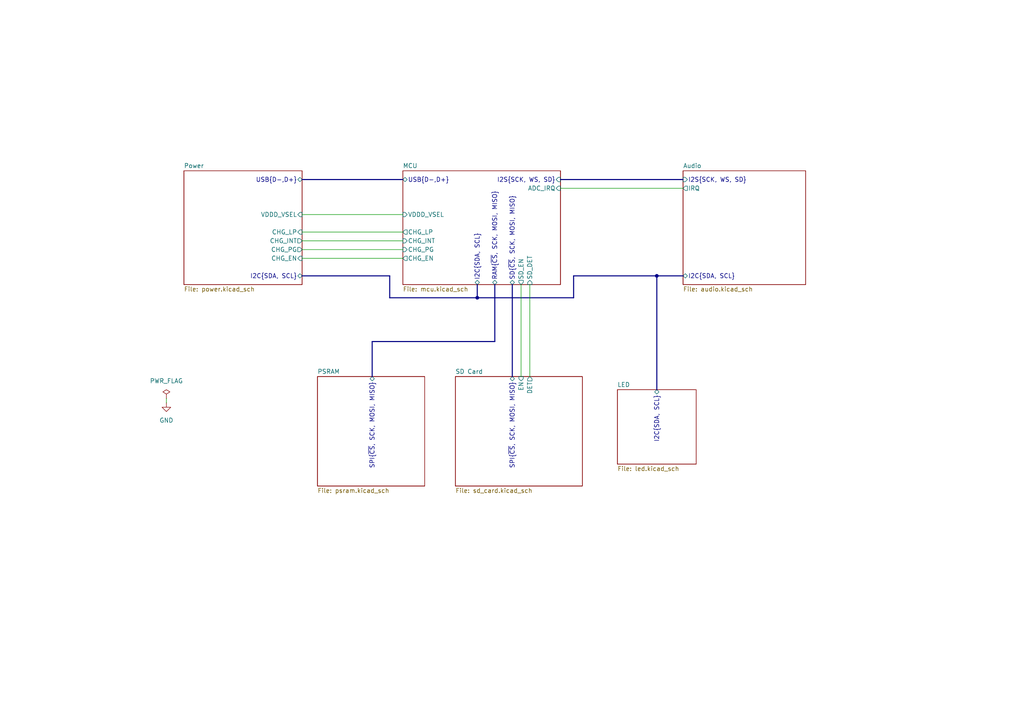
<source format=kicad_sch>
(kicad_sch (version 20231120) (generator "eeschema") (generator_version "8.0")
  (paper "A4")
  (title_block (title "Top Level Design") (rev "2"))
  (lib_symbols
    (symbol "power:GND" (power) (pin_numbers hide) (pin_names (offset 0) hide)
      (property "Value" "GND" (at 0 -3.81 0))
      (symbol "GND_0_1"
        (polyline (pts (xy 0 0) (xy 0 -1.27) (xy 1.27 -1.27) (xy 0 -2.54) (xy -1.27 -1.27) (xy 0 -1.27)))
      )
      (symbol "GND_1_1"
        (pin power_in line (at 0 0 270) (length 0) (name "~") (number "1"))
      )
    )
    (symbol "power:PWR_FLAG" (power) (pin_numbers hide) (pin_names (offset 0) hide)
      (property "Value" "PWR_FLAG" (at 0 3.81 0))
      (symbol "PWR_FLAG_0_0"
        (pin power_out line (at 0 0 90) (length 0) (name "~") (number "1"))
      )
      (symbol "PWR_FLAG_0_1"
        (polyline (pts (xy 0 0) (xy 0 1.27) (xy -1.016 1.905) (xy 0 2.54) (xy 1.016 1.905) (xy 0 1.27)))
      )
    )
  )
  (junction (at 190.5 80.01))
  (junction (at 138.43 86.36))
  (wire (pts (xy 48.26 116.84) (xy 48.26 115.57)))
  (bus (pts (xy 113.03 86.36) (xy 113.03 80.01)))
  (bus (pts (xy 138.43 82.55) (xy 138.43 86.36)))
  (wire (pts (xy 87.63 62.23) (xy 116.84 62.23)))
  (bus (pts (xy 143.51 99.06) (xy 107.95 99.06)))
  (wire (pts (xy 87.63 74.93) (xy 116.84 74.93)))
  (wire (pts (xy 151.13 82.55) (xy 151.13 109.22)))
  (bus (pts (xy 190.5 80.01) (xy 190.5 113.03)))
  (wire (pts (xy 87.63 67.31) (xy 116.84 67.31)))
  (bus (pts (xy 138.43 86.36) (xy 113.03 86.36)))
  (bus (pts (xy 138.43 86.36) (xy 166.37 86.36)))
  (wire (pts (xy 87.63 72.39) (xy 116.84 72.39)))
  (wire (pts (xy 153.67 82.55) (xy 153.67 109.22)))
  (wire (pts (xy 87.63 69.85) (xy 116.84 69.85)))
  (bus (pts (xy 107.95 99.06) (xy 107.95 109.22)))
  (bus (pts (xy 162.56 52.07) (xy 198.12 52.07)))
  (wire (pts (xy 162.56 54.61) (xy 198.12 54.61)))
  (bus (pts (xy 190.5 80.01) (xy 198.12 80.01)))
  (bus (pts (xy 113.03 80.01) (xy 87.63 80.01)))
  (bus (pts (xy 166.37 80.01) (xy 190.5 80.01)))
  (bus (pts (xy 143.51 99.06) (xy 143.51 82.55)))
  (bus (pts (xy 148.59 82.55) (xy 148.59 109.22)))
  (bus (pts (xy 87.63 52.07) (xy 116.84 52.07)))
  (bus (pts (xy 166.37 86.36) (xy 166.37 80.01)))
  (symbol (lib_id "power:PWR_FLAG") (at 48.26 115.57 0) (unit 1)
    (property "Reference" "#FLG01" (effects (hide yes)))
    (property "Value" "PWR_FLAG" (at 48.26 110.49 0))
    (property "Description" "Special symbol for telling ERC where power comes from" (effects (hide yes)))
  )
  (symbol (lib_id "power:GND") (at 48.26 116.84 0) (unit 1)
    (property "Reference" "#PWR01" (effects (hide yes)))
    (property "Value" "GND" (at 48.26 121.92 0))
    (property "Description" "Power symbol creates a global label with name \"GND\" , ground" (effects (hide yes)))
  )
  (sheet (at 53.34 49.53) (size 34.29 33.02) (stroke (width 0.1524))
    (property "Sheetname" "Power" (at 53.34 48.8184 0) (effects (justify left bottom)))
    (property "Sheetfile" "power.kicad_sch" (at 53.34 83.1346 0) (effects (justify left top)))
    (pin "VDDD_VSEL" input (at 87.63 62.23 0))
    (pin "CHG_LP" input (at 87.63 67.31 0))
    (pin "CHG_INT" output (at 87.63 69.85 0))
    (pin "CHG_PG" output (at 87.63 72.39 0))
    (pin "I2C{SDA, SCL}" bidirectional (at 87.63 80.01 0))
    (pin "USB{D-,D+}" bidirectional (at 87.63 52.07 0))
    (pin "CHG_EN" input (at 87.63 74.93 0))
  )
  (sheet (at 198.12 49.53) (size 35.56 33.02) (stroke (width 0.1524))
    (property "Sheetname" "Audio" (at 198.12 48.8184 0) (effects (justify left bottom)))
    (property "Sheetfile" "audio.kicad_sch" (at 198.12 83.1346 0) (effects (justify left top)))
    (pin "I2S{SCK, WS, SD}" input (at 198.12 52.07 180))
    (pin "I2C{SDA, SCL}" bidirectional (at 198.12 80.01 180))
    (pin "IRQ" output (at 198.12 54.61 180))
  )
  (sheet (at 179.07 113.03) (size 22.86 21.59) (stroke (width 0.1524))
    (property "Sheetname" "LED" (at 179.07 112.3184 0) (effects (justify left bottom)))
    (property "Sheetfile" "led.kicad_sch" (at 179.07 135.2046 0) (effects (justify left top)))
    (pin "I2C{SDA, SCL}" bidirectional (at 190.5 113.03 90))
  )
  (sheet (at 132.08 109.22) (size 36.83 31.75) (stroke (width 0.1524))
    (property "Sheetname" "SD Card" (at 132.08 108.5084 0) (effects (justify left bottom)))
    (property "Sheetfile" "sd_card.kicad_sch" (at 132.08 141.5546 0) (effects (justify left top)))
    (pin "EN" input (at 151.13 109.22 90))
    (pin "SPI{~{CS}, SCK, MOSI, MISO}" bidirectional (at 148.59 109.22 90))
    (pin "DET" output (at 153.67 109.22 90))
  )
  (sheet (at 92.075 109.22) (size 31.115 31.75) (stroke (width 0.1524))
    (property "Sheetname" "PSRAM" (at 92.075 108.5084 0) (effects (justify left bottom)))
    (property "Sheetfile" "psram.kicad_sch" (at 92.075 141.5546 0) (effects (justify left top)))
    (pin "SPI{~{CS}, SCK, MOSI, MISO}" bidirectional (at 107.95 109.22 90))
  )
  (sheet (at 116.84 49.53) (size 45.72 33.02) (stroke (width 0.1524))
    (property "Sheetname" "MCU" (at 116.84 48.8184 0) (effects (justify left bottom)))
    (property "Sheetfile" "mcu.kicad_sch" (at 116.84 83.1346 0) (effects (justify left top)))
    (pin "I2C{SDA, SCL}" bidirectional (at 138.43 82.55 270))
    (pin "I2S{SCK, WS, SD}" input (at 162.56 52.07 0))
    (pin "USB{D-,D+}" bidirectional (at 116.84 52.07 180))
    (pin "SD{~{CS}, SCK, MOSI, MISO}" bidirectional (at 148.59 82.55 270))
    (pin "ADC_IRQ" input (at 162.56 54.61 0))
    (pin "SD_DET" input (at 153.67 82.55 270))
    (pin "SD_EN" output (at 151.13 82.55 270))
    (pin "VDDD_VSEL" input (at 116.84 62.23 180))
    (pin "CHG_INT" input (at 116.84 69.85 180))
    (pin "CHG_PG" input (at 116.84 72.39 180))
    (pin "CHG_LP" output (at 116.84 67.31 180))
    (pin "CHG_EN" output (at 116.84 74.93 180))
    (pin "RAM{~{CS}, SCK, MOSI, MISO}" bidirectional (at 143.51 82.55 270))
  )
)
</source>
